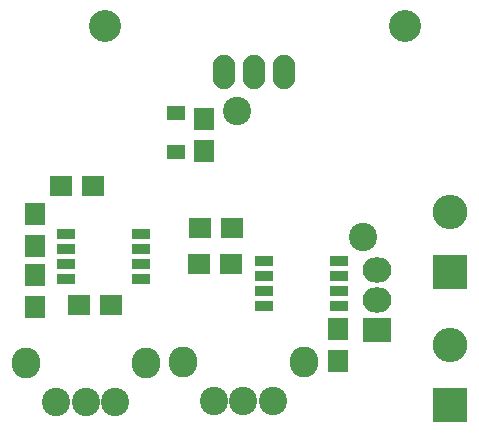
<source format=gts>
G04 #@! TF.FileFunction,Soldermask,Top*
%FSLAX46Y46*%
G04 Gerber Fmt 4.6, Leading zero omitted, Abs format (unit mm)*
G04 Created by KiCad (PCBNEW 4.0.2-4+6225~38~ubuntu14.04.1-stable) date Tue 01 Mar 2016 02:01:37 PM PST*
%MOMM*%
G01*
G04 APERTURE LIST*
%ADD10C,0.100000*%
%ADD11C,2.711400*%
%ADD12R,1.700000X1.900000*%
%ADD13R,1.900000X1.700000*%
%ADD14R,1.543000X0.908000*%
%ADD15R,1.620000X1.310000*%
%ADD16C,2.398980*%
%ADD17R,2.432000X2.127200*%
%ADD18O,2.432000X2.127200*%
%ADD19O,1.901140X2.899360*%
%ADD20R,2.940000X2.940000*%
%ADD21O,2.940000X2.940000*%
%ADD22C,2.400000*%
%ADD23O,2.400000X2.600000*%
G04 APERTURE END LIST*
D10*
D11*
X72136000Y-64008000D03*
X97536000Y-64008000D03*
D12*
X66167000Y-87837000D03*
X66167000Y-85137000D03*
D13*
X71073000Y-77597000D03*
X68373000Y-77597000D03*
D12*
X66167000Y-82630000D03*
X66167000Y-79930000D03*
D13*
X69897000Y-87630000D03*
X72597000Y-87630000D03*
D12*
X80518000Y-71929000D03*
X80518000Y-74629000D03*
X91821000Y-89709000D03*
X91821000Y-92409000D03*
D13*
X80184000Y-81153000D03*
X82884000Y-81153000D03*
X82757000Y-84201000D03*
X80057000Y-84201000D03*
D14*
X75184000Y-81661000D03*
X75184000Y-82931000D03*
X75184000Y-84201000D03*
X75184000Y-85471000D03*
X68834000Y-85471000D03*
X68834000Y-84201000D03*
X68834000Y-82931000D03*
X68834000Y-81661000D03*
X91948000Y-83947000D03*
X91948000Y-85217000D03*
X91948000Y-86487000D03*
X91948000Y-87757000D03*
X85598000Y-87757000D03*
X85598000Y-86487000D03*
X85598000Y-85217000D03*
X85598000Y-83947000D03*
D15*
X78105000Y-74660000D03*
X78105000Y-71390000D03*
D16*
X83312000Y-71247000D03*
X93918602Y-81853602D03*
D17*
X95123000Y-89789000D03*
D18*
X95123000Y-87249000D03*
X95123000Y-84709000D03*
D19*
X84709000Y-67945000D03*
X82169000Y-67945000D03*
X87249000Y-67945000D03*
D20*
X101346000Y-96139000D03*
D21*
X101346000Y-91059000D03*
D20*
X101346000Y-84836000D03*
D21*
X101346000Y-79756000D03*
D22*
X81320000Y-95758000D03*
X83820000Y-95758000D03*
X86320000Y-95758000D03*
D23*
X88920000Y-92458000D03*
X78720000Y-92458000D03*
D22*
X67985000Y-95885000D03*
X70485000Y-95885000D03*
X72985000Y-95885000D03*
D23*
X75585000Y-92585000D03*
X65385000Y-92585000D03*
M02*

</source>
